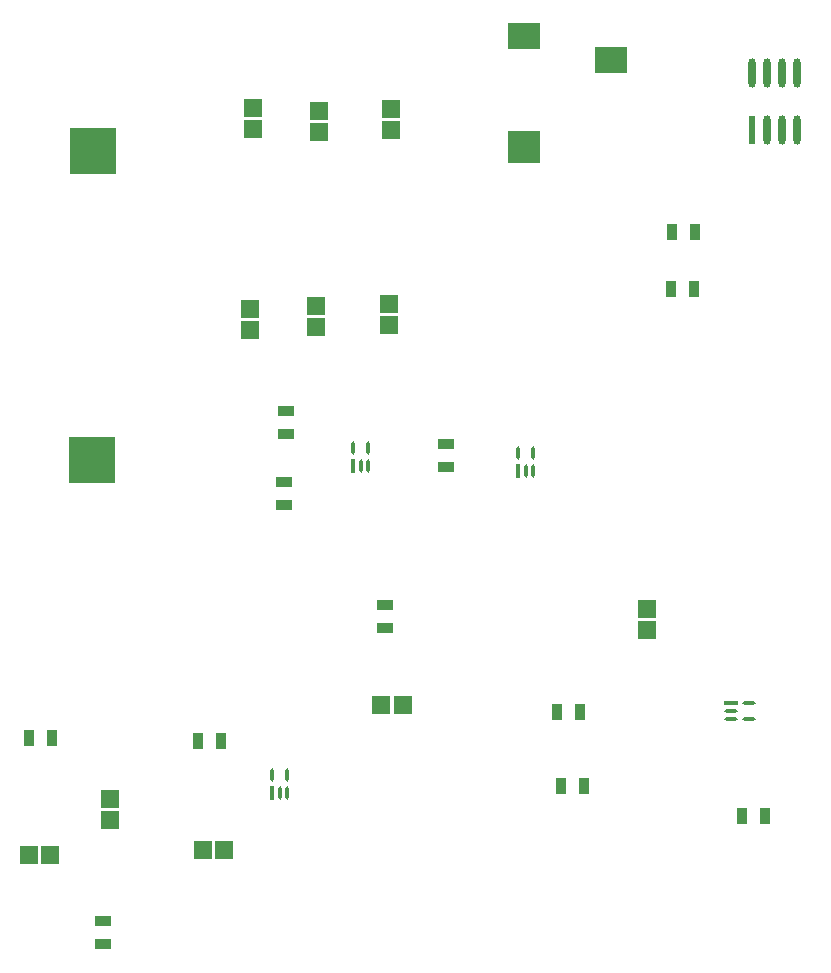
<source format=gtp>
G04*
G04 #@! TF.GenerationSoftware,Altium Limited,Altium Designer,21.5.1 (32)*
G04*
G04 Layer_Color=8421504*
%FSLAX25Y25*%
%MOIN*%
G70*
G04*
G04 #@! TF.SameCoordinates,B2D6323A-8D7E-4EAA-9919-96392ECDF185*
G04*
G04*
G04 #@! TF.FilePolarity,Positive*
G04*
G01*
G75*
%ADD14R,0.15590X0.15590*%
%ADD15R,0.11024X0.08661*%
%ADD16R,0.11024X0.11024*%
G04:AMPARAMS|DCode=17|XSize=97.4mil|YSize=24.49mil|CornerRadius=12.25mil|HoleSize=0mil|Usage=FLASHONLY|Rotation=90.000|XOffset=0mil|YOffset=0mil|HoleType=Round|Shape=RoundedRectangle|*
%AMROUNDEDRECTD17*
21,1,0.09740,0.00000,0,0,90.0*
21,1,0.07291,0.02449,0,0,90.0*
1,1,0.02449,0.00000,0.03646*
1,1,0.02449,0.00000,-0.03646*
1,1,0.02449,0.00000,-0.03646*
1,1,0.02449,0.00000,0.03646*
%
%ADD17ROUNDEDRECTD17*%
%ADD18R,0.02449X0.09740*%
%ADD19R,0.06102X0.06102*%
%ADD20R,0.04583X0.01322*%
G04:AMPARAMS|DCode=21|XSize=45.83mil|YSize=13.22mil|CornerRadius=6.61mil|HoleSize=0mil|Usage=FLASHONLY|Rotation=0.000|XOffset=0mil|YOffset=0mil|HoleType=Round|Shape=RoundedRectangle|*
%AMROUNDEDRECTD21*
21,1,0.04583,0.00000,0,0,0.0*
21,1,0.03260,0.01322,0,0,0.0*
1,1,0.01322,0.01630,0.00000*
1,1,0.01322,-0.01630,0.00000*
1,1,0.01322,-0.01630,0.00000*
1,1,0.01322,0.01630,0.00000*
%
%ADD21ROUNDEDRECTD21*%
%ADD22R,0.03740X0.05709*%
%ADD23R,0.06102X0.06102*%
%ADD24R,0.01322X0.04583*%
G04:AMPARAMS|DCode=25|XSize=45.83mil|YSize=13.22mil|CornerRadius=6.61mil|HoleSize=0mil|Usage=FLASHONLY|Rotation=90.000|XOffset=0mil|YOffset=0mil|HoleType=Round|Shape=RoundedRectangle|*
%AMROUNDEDRECTD25*
21,1,0.04583,0.00000,0,0,90.0*
21,1,0.03260,0.01322,0,0,90.0*
1,1,0.01322,0.00000,0.01630*
1,1,0.01322,0.00000,-0.01630*
1,1,0.01322,0.00000,-0.01630*
1,1,0.01322,0.00000,0.01630*
%
%ADD25ROUNDEDRECTD25*%
%ADD26R,0.05709X0.03740*%
D14*
X38779Y185479D02*
D03*
X38963Y288706D02*
D03*
D15*
X211846Y318994D02*
D03*
X182712Y326869D02*
D03*
D16*
Y289861D02*
D03*
D17*
X258779Y314491D02*
D03*
X263779D02*
D03*
X268779D02*
D03*
X273779D02*
D03*
Y295466D02*
D03*
X268779D02*
D03*
X263779D02*
D03*
D18*
X258779D02*
D03*
D19*
X223779Y128936D02*
D03*
Y136022D02*
D03*
X44779Y65392D02*
D03*
Y72479D02*
D03*
X92279Y302979D02*
D03*
Y295892D02*
D03*
X114279Y302022D02*
D03*
Y294935D02*
D03*
X138279Y302479D02*
D03*
Y295392D02*
D03*
X91279Y236022D02*
D03*
Y228936D02*
D03*
X113279Y237022D02*
D03*
Y229936D02*
D03*
X137779Y237479D02*
D03*
Y230392D02*
D03*
D20*
X251779Y104479D02*
D03*
D21*
Y101920D02*
D03*
Y99361D02*
D03*
X257842D02*
D03*
Y104479D02*
D03*
D22*
X263117Y66979D02*
D03*
X255440D02*
D03*
X194940Y76979D02*
D03*
X202617D02*
D03*
X17779Y92979D02*
D03*
X25456D02*
D03*
X239617Y261479D02*
D03*
X231940D02*
D03*
X231602Y242479D02*
D03*
X239279D02*
D03*
X193779Y101479D02*
D03*
X201456D02*
D03*
X74102Y91979D02*
D03*
X81779D02*
D03*
D23*
X135235Y103979D02*
D03*
X142322D02*
D03*
X82865Y55479D02*
D03*
X75779D02*
D03*
X17735Y53979D02*
D03*
X24822D02*
D03*
D24*
X98720Y74447D02*
D03*
X125779Y183415D02*
D03*
X180779Y181915D02*
D03*
D25*
X101279Y74447D02*
D03*
X103838D02*
D03*
Y80510D02*
D03*
X98720D02*
D03*
X128338Y183415D02*
D03*
X130897D02*
D03*
Y189479D02*
D03*
X125779D02*
D03*
X183338Y181915D02*
D03*
X185897D02*
D03*
Y187979D02*
D03*
X180779D02*
D03*
D26*
X42279Y31817D02*
D03*
Y24140D02*
D03*
X102779Y170479D02*
D03*
Y178156D02*
D03*
X136279Y129640D02*
D03*
Y137317D02*
D03*
X103279Y194301D02*
D03*
Y201979D02*
D03*
X156779Y190979D02*
D03*
Y183301D02*
D03*
M02*

</source>
